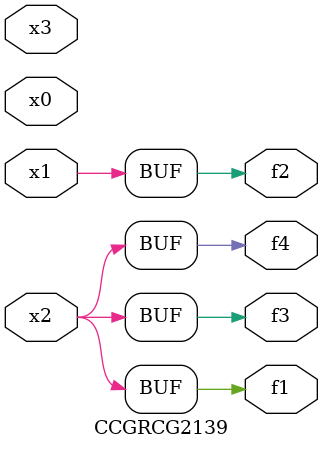
<source format=v>
module CCGRCG2139(
	input x0, x1, x2, x3,
	output f1, f2, f3, f4
);
	assign f1 = x2;
	assign f2 = x1;
	assign f3 = x2;
	assign f4 = x2;
endmodule

</source>
